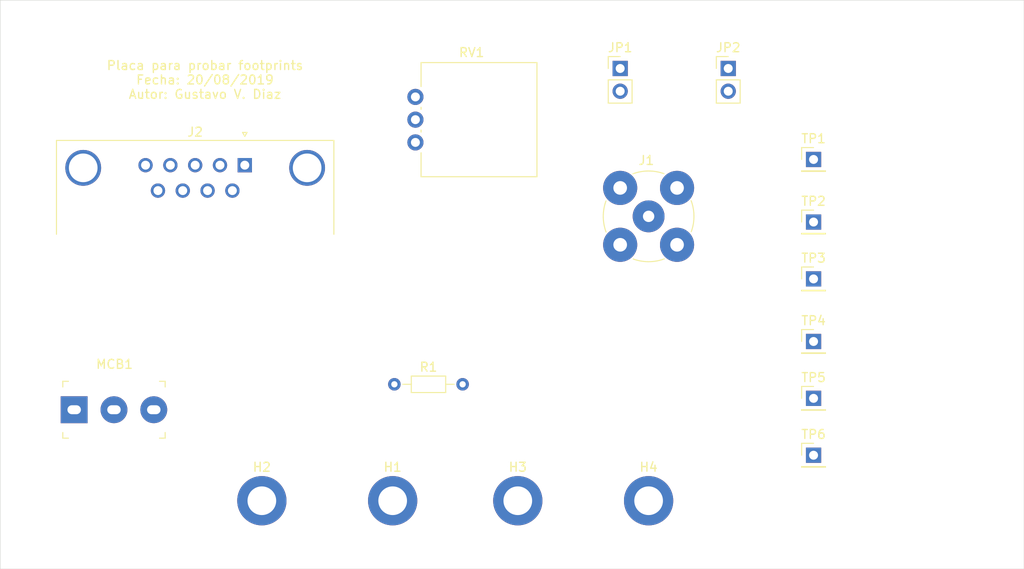
<source format=kicad_pcb>
(kicad_pcb (version 20171130) (host pcbnew 5.1.4-e60b266~84~ubuntu16.04.1)

  (general
    (thickness 1.6)
    (drawings 5)
    (tracks 0)
    (zones 0)
    (modules 17)
    (nets 15)
  )

  (page A4)
  (layers
    (0 F.Cu signal)
    (31 B.Cu signal)
    (32 B.Adhes user)
    (33 F.Adhes user)
    (34 B.Paste user)
    (35 F.Paste user)
    (36 B.SilkS user)
    (37 F.SilkS user)
    (38 B.Mask user)
    (39 F.Mask user)
    (40 Dwgs.User user)
    (41 Cmts.User user)
    (42 Eco1.User user)
    (43 Eco2.User user)
    (44 Edge.Cuts user)
    (45 Margin user)
    (46 B.CrtYd user)
    (47 F.CrtYd user)
    (48 B.Fab user)
    (49 F.Fab user)
  )

  (setup
    (last_trace_width 0.25)
    (trace_clearance 0.2)
    (zone_clearance 0.508)
    (zone_45_only no)
    (trace_min 0.2)
    (via_size 0.8)
    (via_drill 0.4)
    (via_min_size 0.4)
    (via_min_drill 0.3)
    (uvia_size 0.3)
    (uvia_drill 0.1)
    (uvias_allowed no)
    (uvia_min_size 0.2)
    (uvia_min_drill 0.1)
    (edge_width 0.05)
    (segment_width 0.2)
    (pcb_text_width 0.3)
    (pcb_text_size 1.5 1.5)
    (mod_edge_width 0.12)
    (mod_text_size 1 1)
    (mod_text_width 0.15)
    (pad_size 1.524 1.524)
    (pad_drill 0.762)
    (pad_to_mask_clearance 0.051)
    (solder_mask_min_width 0.25)
    (aux_axis_origin 0 0)
    (visible_elements FFFFF77F)
    (pcbplotparams
      (layerselection 0x010fc_ffffffff)
      (usegerberextensions false)
      (usegerberattributes false)
      (usegerberadvancedattributes false)
      (creategerberjobfile false)
      (excludeedgelayer true)
      (linewidth 0.100000)
      (plotframeref false)
      (viasonmask false)
      (mode 1)
      (useauxorigin false)
      (hpglpennumber 1)
      (hpglpenspeed 20)
      (hpglpendiameter 15.000000)
      (psnegative false)
      (psa4output false)
      (plotreference true)
      (plotvalue true)
      (plotinvisibletext false)
      (padsonsilk false)
      (subtractmaskfromsilk false)
      (outputformat 1)
      (mirror false)
      (drillshape 1)
      (scaleselection 1)
      (outputdirectory ""))
  )

  (net 0 "")
  (net 1 /GND)
  (net 2 /VAC)
  (net 3 "Net-(J2-Pad1)")
  (net 4 /VZs1)
  (net 5 "Net-(J2-Pad4)")
  (net 6 "Net-(J2-Pad5)")
  (net 7 "Net-(J2-Pad6)")
  (net 8 "Net-(J2-Pad7)")
  (net 9 "Net-(J2-Pad8)")
  (net 10 "Net-(J2-Pad9)")
  (net 11 /Vi)
  (net 12 "Net-(MCB1-Pad3)")
  (net 13 "Net-(JP1-Pad2)")
  (net 14 "Net-(JP2-Pad2)")

  (net_class Default "This is the default net class."
    (clearance 0.2)
    (trace_width 0.25)
    (via_dia 0.8)
    (via_drill 0.4)
    (uvia_dia 0.3)
    (uvia_drill 0.1)
    (add_net /GND)
    (add_net /VAC)
    (add_net /VZs1)
    (add_net /Vi)
    (add_net "Net-(J2-Pad1)")
    (add_net "Net-(J2-Pad4)")
    (add_net "Net-(J2-Pad5)")
    (add_net "Net-(J2-Pad6)")
    (add_net "Net-(J2-Pad7)")
    (add_net "Net-(J2-Pad8)")
    (add_net "Net-(J2-Pad9)")
    (add_net "Net-(JP1-Pad2)")
    (add_net "Net-(JP2-Pad2)")
    (add_net "Net-(MCB1-Pad3)")
  )

  (module "Footprints proyecto:MountingHole_3.2mm_M3_ISO14580_Pad" (layer F.Cu) (tedit 56D1B4CB) (tstamp 5D5BCB78)
    (at 132.715 132.08)
    (descr "Mounting Hole 3.2mm, M3, ISO14580")
    (tags "mounting hole 3.2mm m3 iso14580")
    (path /5D42DD18)
    (attr virtual)
    (fp_text reference H1 (at 0 -3.75) (layer F.SilkS)
      (effects (font (size 1 1) (thickness 0.15)))
    )
    (fp_text value MountingHole_Pad (at 0 3.75) (layer F.Fab)
      (effects (font (size 1 1) (thickness 0.15)))
    )
    (fp_text user %R (at 0.3 0) (layer F.Fab)
      (effects (font (size 1 1) (thickness 0.15)))
    )
    (fp_circle (center 0 0) (end 2.75 0) (layer Cmts.User) (width 0.15))
    (fp_circle (center 0 0) (end 3 0) (layer F.CrtYd) (width 0.05))
    (pad 1 thru_hole circle (at 0 0) (size 5.5 5.5) (drill 3.2) (layers *.Cu *.Mask)
      (net 1 /GND))
  )

  (module "Footprints proyecto:MountingHole_3.2mm_M3_ISO14580_Pad" (layer F.Cu) (tedit 56D1B4CB) (tstamp 5D5BCB80)
    (at 118.11 132.08)
    (descr "Mounting Hole 3.2mm, M3, ISO14580")
    (tags "mounting hole 3.2mm m3 iso14580")
    (path /5D42E927)
    (attr virtual)
    (fp_text reference H2 (at 0 -3.75) (layer F.SilkS)
      (effects (font (size 1 1) (thickness 0.15)))
    )
    (fp_text value MountingHole_Pad (at 0 3.75) (layer F.Fab)
      (effects (font (size 1 1) (thickness 0.15)))
    )
    (fp_text user %R (at 0.3 0) (layer F.Fab)
      (effects (font (size 1 1) (thickness 0.15)))
    )
    (fp_circle (center 0 0) (end 2.75 0) (layer Cmts.User) (width 0.15))
    (fp_circle (center 0 0) (end 3 0) (layer F.CrtYd) (width 0.05))
    (pad 1 thru_hole circle (at 0 0) (size 5.5 5.5) (drill 3.2) (layers *.Cu *.Mask)
      (net 1 /GND))
  )

  (module "Footprints proyecto:MountingHole_3.2mm_M3_ISO14580_Pad" (layer F.Cu) (tedit 56D1B4CB) (tstamp 5D5BCB88)
    (at 146.685 132.08)
    (descr "Mounting Hole 3.2mm, M3, ISO14580")
    (tags "mounting hole 3.2mm m3 iso14580")
    (path /5D42E2DA)
    (attr virtual)
    (fp_text reference H3 (at 0 -3.75) (layer F.SilkS)
      (effects (font (size 1 1) (thickness 0.15)))
    )
    (fp_text value MountingHole_Pad (at 0 3.75) (layer F.Fab)
      (effects (font (size 1 1) (thickness 0.15)))
    )
    (fp_circle (center 0 0) (end 3 0) (layer F.CrtYd) (width 0.05))
    (fp_circle (center 0 0) (end 2.75 0) (layer Cmts.User) (width 0.15))
    (fp_text user %R (at 0.3 0) (layer F.Fab)
      (effects (font (size 1 1) (thickness 0.15)))
    )
    (pad 1 thru_hole circle (at 0 0) (size 5.5 5.5) (drill 3.2) (layers *.Cu *.Mask)
      (net 1 /GND))
  )

  (module "Footprints proyecto:MountingHole_3.2mm_M3_ISO14580_Pad" (layer F.Cu) (tedit 56D1B4CB) (tstamp 5D5BCB90)
    (at 161.29 132.08)
    (descr "Mounting Hole 3.2mm, M3, ISO14580")
    (tags "mounting hole 3.2mm m3 iso14580")
    (path /5D42EA1B)
    (attr virtual)
    (fp_text reference H4 (at 0 -3.75) (layer F.SilkS)
      (effects (font (size 1 1) (thickness 0.15)))
    )
    (fp_text value MountingHole_Pad (at 0 3.75) (layer F.Fab)
      (effects (font (size 1 1) (thickness 0.15)))
    )
    (fp_circle (center 0 0) (end 3 0) (layer F.CrtYd) (width 0.05))
    (fp_circle (center 0 0) (end 2.75 0) (layer Cmts.User) (width 0.15))
    (fp_text user %R (at 0.3 0) (layer F.Fab)
      (effects (font (size 1 1) (thickness 0.15)))
    )
    (pad 1 thru_hole circle (at 0 0) (size 5.5 5.5) (drill 3.2) (layers *.Cu *.Mask)
      (net 1 /GND))
  )

  (module "Footprints proyecto:BNC_TEConnectivity_1478204_Vertical" (layer F.Cu) (tedit 5D51354B) (tstamp 5D5BCBA3)
    (at 161.29 100.33)
    (descr "BNC female PCB mount 4 pin straight chassis connector http://www.te.com/usa-en/product-1-1478204-0.html")
    (tags "BNC female PCB mount 4 pin straight chassis connector ")
    (path /5D42F04D)
    (fp_text reference J1 (at -0.25 -6.25) (layer F.SilkS)
      (effects (font (size 1 1) (thickness 0.15)))
    )
    (fp_text value Conn_Coaxial (at 0 6.5) (layer F.Fab)
      (effects (font (size 1 1) (thickness 0.15)))
    )
    (fp_text user %R (at 0 0) (layer F.Fab)
      (effects (font (size 1 1) (thickness 0.15)))
    )
    (fp_line (start 5.5 -5.5) (end 5.5 5.5) (layer F.CrtYd) (width 0.05))
    (fp_line (start 5.5 5.5) (end -5.5 5.5) (layer F.CrtYd) (width 0.05))
    (fp_line (start -5.5 5.5) (end -5.5 -5.5) (layer F.CrtYd) (width 0.05))
    (fp_line (start -5.5 -5.5) (end 5.5 -5.5) (layer F.CrtYd) (width 0.05))
    (fp_circle (center 0 0) (end 4.8 0) (layer F.Fab) (width 0.1))
    (fp_arc (start 0 0) (end -4.75 1.75) (angle 40) (layer F.SilkS) (width 0.12))
    (fp_arc (start 0 0) (end 1.75 4.75) (angle 40) (layer F.SilkS) (width 0.12))
    (fp_arc (start 0 0) (end 4.75 -1.75) (angle 40) (layer F.SilkS) (width 0.12))
    (fp_arc (start 0 0) (end -1.75 -4.75) (angle 40) (layer F.SilkS) (width 0.12))
    (pad 2 thru_hole circle (at -3.175 -3.175) (size 3.81 3.81) (drill 1.524) (layers *.Cu *.Mask)
      (net 1 /GND))
    (pad 1 thru_hole circle (at 0 0) (size 3.556 3.556) (drill 1.27) (layers *.Cu *.Mask)
      (net 2 /VAC))
    (pad 2 thru_hole circle (at 3.175 -3.175) (size 3.81 3.81) (drill 1.524) (layers *.Cu *.Mask)
      (net 1 /GND))
    (pad 2 thru_hole circle (at -3.175 3.175) (size 3.81 3.81) (drill 1.524) (layers *.Cu *.Mask)
      (net 1 /GND))
    (pad 2 thru_hole circle (at 3.175 3.175) (size 3.81 3.81) (drill 1.524) (layers *.Cu *.Mask)
      (net 1 /GND))
    (model ${KISYS3DMOD}/Connector_Coaxial.3dshapes/BNC_TEConnectivity_1478204_Vertical.wrl
      (at (xyz 0 0 0))
      (scale (xyz 1 1 1))
      (rotate (xyz 0 0 0))
    )
  )

  (module "Footprints proyecto:DSUB-9_Female_Horizontal_P2.77x2.84mm_EdgePinOffset4.94mm_Housed_MountingHolesOffset7.48mm" (layer F.Cu) (tedit 59FEDEE2) (tstamp 5D5BCBD7)
    (at 116.205 94.615)
    (descr "9-pin D-Sub connector, horizontal/angled (90 deg), THT-mount, female, pitch 2.77x2.84mm, pin-PCB-offset 4.9399999999999995mm, distance of mounting holes 25mm, distance of mounting holes to PCB edge 7.4799999999999995mm, see https://disti-assets.s3.amazonaws.com/tonar/files/datasheets/16730.pdf")
    (tags "9-pin D-Sub connector horizontal angled 90deg THT female pitch 2.77x2.84mm pin-PCB-offset 4.9399999999999995mm mounting-holes-distance 25mm mounting-hole-offset 25mm")
    (path /5D442DB3)
    (fp_text reference J2 (at -5.54 -3.7) (layer F.SilkS)
      (effects (font (size 1 1) (thickness 0.15)))
    )
    (fp_text value DB9_Female_MountingHoles (at -5.54 15.85) (layer F.Fab)
      (effects (font (size 1 1) (thickness 0.15)))
    )
    (fp_arc (start -18.04 0.3) (end -19.64 0.3) (angle 180) (layer F.Fab) (width 0.1))
    (fp_arc (start 6.96 0.3) (end 5.36 0.3) (angle 180) (layer F.Fab) (width 0.1))
    (fp_line (start -20.965 -2.7) (end -20.965 7.78) (layer F.Fab) (width 0.1))
    (fp_line (start -20.965 7.78) (end 9.885 7.78) (layer F.Fab) (width 0.1))
    (fp_line (start 9.885 7.78) (end 9.885 -2.7) (layer F.Fab) (width 0.1))
    (fp_line (start 9.885 -2.7) (end -20.965 -2.7) (layer F.Fab) (width 0.1))
    (fp_line (start -20.965 7.78) (end -20.965 8.18) (layer F.Fab) (width 0.1))
    (fp_line (start -20.965 8.18) (end 9.885 8.18) (layer F.Fab) (width 0.1))
    (fp_line (start 9.885 8.18) (end 9.885 7.78) (layer F.Fab) (width 0.1))
    (fp_line (start 9.885 7.78) (end -20.965 7.78) (layer F.Fab) (width 0.1))
    (fp_line (start -13.69 8.18) (end -13.69 14.35) (layer F.Fab) (width 0.1))
    (fp_line (start -13.69 14.35) (end 2.61 14.35) (layer F.Fab) (width 0.1))
    (fp_line (start 2.61 14.35) (end 2.61 8.18) (layer F.Fab) (width 0.1))
    (fp_line (start 2.61 8.18) (end -13.69 8.18) (layer F.Fab) (width 0.1))
    (fp_line (start -20.54 8.18) (end -20.54 13.18) (layer F.Fab) (width 0.1))
    (fp_line (start -20.54 13.18) (end -15.54 13.18) (layer F.Fab) (width 0.1))
    (fp_line (start -15.54 13.18) (end -15.54 8.18) (layer F.Fab) (width 0.1))
    (fp_line (start -15.54 8.18) (end -20.54 8.18) (layer F.Fab) (width 0.1))
    (fp_line (start 4.46 8.18) (end 4.46 13.18) (layer F.Fab) (width 0.1))
    (fp_line (start 4.46 13.18) (end 9.46 13.18) (layer F.Fab) (width 0.1))
    (fp_line (start 9.46 13.18) (end 9.46 8.18) (layer F.Fab) (width 0.1))
    (fp_line (start 9.46 8.18) (end 4.46 8.18) (layer F.Fab) (width 0.1))
    (fp_line (start -19.64 7.78) (end -19.64 0.3) (layer F.Fab) (width 0.1))
    (fp_line (start -16.44 7.78) (end -16.44 0.3) (layer F.Fab) (width 0.1))
    (fp_line (start 5.36 7.78) (end 5.36 0.3) (layer F.Fab) (width 0.1))
    (fp_line (start 8.56 7.78) (end 8.56 0.3) (layer F.Fab) (width 0.1))
    (fp_line (start -21.025 7.72) (end -21.025 -2.76) (layer F.SilkS) (width 0.12))
    (fp_line (start -21.025 -2.76) (end 9.945 -2.76) (layer F.SilkS) (width 0.12))
    (fp_line (start 9.945 -2.76) (end 9.945 7.72) (layer F.SilkS) (width 0.12))
    (fp_line (start -0.25 -3.654338) (end 0.25 -3.654338) (layer F.SilkS) (width 0.12))
    (fp_line (start 0.25 -3.654338) (end 0 -3.221325) (layer F.SilkS) (width 0.12))
    (fp_line (start 0 -3.221325) (end -0.25 -3.654338) (layer F.SilkS) (width 0.12))
    (fp_line (start -21.5 -3.25) (end -21.5 14.85) (layer F.CrtYd) (width 0.05))
    (fp_line (start -21.5 14.85) (end 10.4 14.85) (layer F.CrtYd) (width 0.05))
    (fp_line (start 10.4 14.85) (end 10.4 -3.25) (layer F.CrtYd) (width 0.05))
    (fp_line (start 10.4 -3.25) (end -21.5 -3.25) (layer F.CrtYd) (width 0.05))
    (fp_text user %R (at -5.54 11.265) (layer F.Fab)
      (effects (font (size 1 1) (thickness 0.15)))
    )
    (pad 1 thru_hole rect (at 0 0) (size 1.6 1.6) (drill 1) (layers *.Cu *.Mask)
      (net 3 "Net-(J2-Pad1)"))
    (pad 2 thru_hole circle (at -2.77 0) (size 1.6 1.6) (drill 1) (layers *.Cu *.Mask)
      (net 4 /VZs1))
    (pad 3 thru_hole circle (at -5.54 0) (size 1.6 1.6) (drill 1) (layers *.Cu *.Mask)
      (net 1 /GND))
    (pad 4 thru_hole circle (at -8.31 0) (size 1.6 1.6) (drill 1) (layers *.Cu *.Mask)
      (net 5 "Net-(J2-Pad4)"))
    (pad 5 thru_hole circle (at -11.08 0) (size 1.6 1.6) (drill 1) (layers *.Cu *.Mask)
      (net 6 "Net-(J2-Pad5)"))
    (pad 6 thru_hole circle (at -1.385 2.84) (size 1.6 1.6) (drill 1) (layers *.Cu *.Mask)
      (net 7 "Net-(J2-Pad6)"))
    (pad 7 thru_hole circle (at -4.155 2.84) (size 1.6 1.6) (drill 1) (layers *.Cu *.Mask)
      (net 8 "Net-(J2-Pad7)"))
    (pad 8 thru_hole circle (at -6.925 2.84) (size 1.6 1.6) (drill 1) (layers *.Cu *.Mask)
      (net 9 "Net-(J2-Pad8)"))
    (pad 9 thru_hole circle (at -9.695 2.84) (size 1.6 1.6) (drill 1) (layers *.Cu *.Mask)
      (net 10 "Net-(J2-Pad9)"))
    (pad 0 thru_hole circle (at -18.04 0.3) (size 4 4) (drill 3.2) (layers *.Cu *.Mask)
      (net 1 /GND))
    (pad 0 thru_hole circle (at 6.96 0.3) (size 4 4) (drill 3.2) (layers *.Cu *.Mask)
      (net 1 /GND))
    (model ${KISYS3DMOD}/Connector_Dsub.3dshapes/DSUB-9_Female_Horizontal_P2.77x2.84mm_EdgePinOffset4.94mm_Housed_MountingHolesOffset7.48mm.wrl
      (at (xyz 0 0 0))
      (scale (xyz 1 1 1))
      (rotate (xyz 0 0 0))
    )
  )

  (module "Footprints proyecto:Switch_Toggle_ATE1D-2M3-10-Z" (layer F.Cu) (tedit 5D528641) (tstamp 5D5BCBF0)
    (at 101.6 121.92)
    (descr https://www.nidec-copal-electronics.com/e/catalog/switch/ate.pdf)
    (path /5D440928)
    (fp_text reference MCB1 (at 0.06 -5.08) (layer F.SilkS)
      (effects (font (size 1 1) (thickness 0.15)))
    )
    (fp_text value INT_1P2D (at 0 5.08) (layer F.Fab)
      (effects (font (size 1 1) (thickness 0.15)))
    )
    (fp_text user %R (at 0 6.985) (layer F.Fab)
      (effects (font (size 1 1) (thickness 0.15)))
    )
    (fp_line (start -6.35 -3.81) (end -6.35 3.81) (layer F.CrtYd) (width 0.12))
    (fp_line (start -6.35 3.81) (end 6.35 3.81) (layer F.CrtYd) (width 0.12))
    (fp_line (start 6.35 3.81) (end 6.35 -3.81) (layer F.CrtYd) (width 0.12))
    (fp_line (start 6.35 -3.81) (end -6.35 -3.81) (layer F.CrtYd) (width 0.12))
    (fp_line (start -5.715 -3.175) (end -5.715 -2.54) (layer F.SilkS) (width 0.12))
    (fp_line (start -5.715 -3.175) (end -5.08 -3.175) (layer F.SilkS) (width 0.12))
    (fp_line (start -5.715 2.54) (end -5.715 3.175) (layer F.SilkS) (width 0.12))
    (fp_line (start -5.715 3.175) (end -5.08 3.175) (layer F.SilkS) (width 0.12))
    (fp_line (start 5.08 3.175) (end 5.715 3.175) (layer F.SilkS) (width 0.12))
    (fp_line (start 5.715 3.175) (end 5.715 2.54) (layer F.SilkS) (width 0.12))
    (fp_line (start 5.715 -2.54) (end 5.715 -3.175) (layer F.SilkS) (width 0.12))
    (fp_line (start 5.715 -3.175) (end 5.08 -3.175) (layer F.SilkS) (width 0.12))
    (fp_line (start -5.715 -3.175) (end 5.715 -3.175) (layer F.Fab) (width 0.12))
    (fp_line (start 5.715 -3.175) (end 5.715 3.175) (layer F.Fab) (width 0.12))
    (fp_line (start 5.715 3.175) (end -5.715 3.175) (layer F.Fab) (width 0.12))
    (fp_line (start -5.715 3.175) (end -5.715 -3.175) (layer F.Fab) (width 0.12))
    (fp_circle (center 0 0) (end 2.54 0) (layer F.Fab) (width 0.12))
    (pad 1 thru_hole rect (at -4.445 0) (size 3 3) (drill oval 1.5 1) (layers *.Cu *.Mask)
      (net 11 /Vi))
    (pad 2 thru_hole circle (at 0 0) (size 3 3) (drill oval 1.5 1) (layers *.Cu *.Mask)
      (net 2 /VAC))
    (pad 3 thru_hole circle (at 4.445 0) (size 3 3) (drill oval 1.5 1) (layers *.Cu *.Mask)
      (net 12 "Net-(MCB1-Pad3)"))
  )

  (module "Footprints proyecto:R_Axial_DIN0204_L3.6mm_D1.6mm_P7.62mm_Horizontal" (layer F.Cu) (tedit 5AE5139B) (tstamp 5D5BCC07)
    (at 132.905001 119.080001)
    (descr "Resistor, Axial_DIN0204 series, Axial, Horizontal, pin pitch=7.62mm, 0.167W, length*diameter=3.6*1.6mm^2, http://cdn-reichelt.de/documents/datenblatt/B400/1_4W%23YAG.pdf")
    (tags "Resistor Axial_DIN0204 series Axial Horizontal pin pitch 7.62mm 0.167W length 3.6mm diameter 1.6mm")
    (path /5D441970)
    (fp_text reference R1 (at 3.81 -1.92) (layer F.SilkS)
      (effects (font (size 1 1) (thickness 0.15)))
    )
    (fp_text value 15k (at 3.81 1.92) (layer F.Fab)
      (effects (font (size 1 1) (thickness 0.15)))
    )
    (fp_line (start 2.01 -0.8) (end 2.01 0.8) (layer F.Fab) (width 0.1))
    (fp_line (start 2.01 0.8) (end 5.61 0.8) (layer F.Fab) (width 0.1))
    (fp_line (start 5.61 0.8) (end 5.61 -0.8) (layer F.Fab) (width 0.1))
    (fp_line (start 5.61 -0.8) (end 2.01 -0.8) (layer F.Fab) (width 0.1))
    (fp_line (start 0 0) (end 2.01 0) (layer F.Fab) (width 0.1))
    (fp_line (start 7.62 0) (end 5.61 0) (layer F.Fab) (width 0.1))
    (fp_line (start 1.89 -0.92) (end 1.89 0.92) (layer F.SilkS) (width 0.12))
    (fp_line (start 1.89 0.92) (end 5.73 0.92) (layer F.SilkS) (width 0.12))
    (fp_line (start 5.73 0.92) (end 5.73 -0.92) (layer F.SilkS) (width 0.12))
    (fp_line (start 5.73 -0.92) (end 1.89 -0.92) (layer F.SilkS) (width 0.12))
    (fp_line (start 0.94 0) (end 1.89 0) (layer F.SilkS) (width 0.12))
    (fp_line (start 6.68 0) (end 5.73 0) (layer F.SilkS) (width 0.12))
    (fp_line (start -0.95 -1.05) (end -0.95 1.05) (layer F.CrtYd) (width 0.05))
    (fp_line (start -0.95 1.05) (end 8.57 1.05) (layer F.CrtYd) (width 0.05))
    (fp_line (start 8.57 1.05) (end 8.57 -1.05) (layer F.CrtYd) (width 0.05))
    (fp_line (start 8.57 -1.05) (end -0.95 -1.05) (layer F.CrtYd) (width 0.05))
    (fp_text user %R (at 3.81 0) (layer F.Fab)
      (effects (font (size 0.72 0.72) (thickness 0.108)))
    )
    (pad 1 thru_hole circle (at 0 0) (size 1.4 1.4) (drill 0.7) (layers *.Cu *.Mask)
      (net 13 "Net-(JP1-Pad2)"))
    (pad 2 thru_hole oval (at 7.62 0) (size 1.4 1.4) (drill 0.7) (layers *.Cu *.Mask)
      (net 4 /VZs1))
    (model ${KISYS3DMOD}/Resistor_THT.3dshapes/R_Axial_DIN0204_L3.6mm_D1.6mm_P7.62mm_Horizontal.wrl
      (at (xyz 0 0 0))
      (scale (xyz 1 1 1))
      (rotate (xyz 0 0 0))
    )
  )

  (module "Footprints proyecto:Potentiometer_Vishay_248GJ-249GJ_Single_Vertical" (layer F.Cu) (tedit 5A3D4993) (tstamp 5D5BCC1F)
    (at 135.255 92.075)
    (descr "Potentiometer, vertical, Vishay 248GJ-249GJ Single, http://www.vishay.com/docs/57054/248249.pdf")
    (tags "Potentiometer vertical Vishay 248GJ-249GJ Single")
    (path /5D5409ED)
    (fp_text reference RV1 (at 6.275 -10.04) (layer F.SilkS)
      (effects (font (size 1 1) (thickness 0.15)))
    )
    (fp_text value R_POT (at 6.275 4.96) (layer F.Fab)
      (effects (font (size 1 1) (thickness 0.15)))
    )
    (fp_circle (center 7.1 -2.54) (end 10.275 -2.54) (layer F.Fab) (width 0.1))
    (fp_line (start 0.75 -8.79) (end 0.75 3.71) (layer F.Fab) (width 0.1))
    (fp_line (start 0.75 3.71) (end 13.45 3.71) (layer F.Fab) (width 0.1))
    (fp_line (start 13.45 3.71) (end 13.45 -8.79) (layer F.Fab) (width 0.1))
    (fp_line (start 13.45 -8.79) (end 0.75 -8.79) (layer F.Fab) (width 0.1))
    (fp_line (start 0.63 -8.91) (end 13.57 -8.91) (layer F.SilkS) (width 0.12))
    (fp_line (start 0.63 3.83) (end 13.57 3.83) (layer F.SilkS) (width 0.12))
    (fp_line (start 0.63 -8.91) (end 0.63 -6.235) (layer F.SilkS) (width 0.12))
    (fp_line (start 0.63 -3.925) (end 0.63 -3.695) (layer F.SilkS) (width 0.12))
    (fp_line (start 0.63 -1.384) (end 0.63 -1.155) (layer F.SilkS) (width 0.12))
    (fp_line (start 0.63 1.155) (end 0.63 3.83) (layer F.SilkS) (width 0.12))
    (fp_line (start 13.57 -8.91) (end 13.57 3.83) (layer F.SilkS) (width 0.12))
    (fp_line (start -1.15 -9.05) (end -1.15 4) (layer F.CrtYd) (width 0.05))
    (fp_line (start -1.15 4) (end 13.7 4) (layer F.CrtYd) (width 0.05))
    (fp_line (start 13.7 4) (end 13.7 -9.05) (layer F.CrtYd) (width 0.05))
    (fp_line (start 13.7 -9.05) (end -1.15 -9.05) (layer F.CrtYd) (width 0.05))
    (fp_text user %R (at 1.75 -2.54 90) (layer F.Fab)
      (effects (font (size 1 1) (thickness 0.15)))
    )
    (pad 3 thru_hole circle (at 0 -5.08) (size 1.8 1.8) (drill 1) (layers *.Cu *.Mask)
      (net 4 /VZs1))
    (pad 2 thru_hole circle (at 0 -2.54) (size 1.8 1.8) (drill 1) (layers *.Cu *.Mask)
      (net 4 /VZs1))
    (pad 1 thru_hole circle (at 0 0) (size 1.8 1.8) (drill 1) (layers *.Cu *.Mask)
      (net 14 "Net-(JP2-Pad2)"))
    (model ${KISYS3DMOD}/Potentiometer_THT.3dshapes/Potentiometer_Vishay_248GJ-249GJ_Single_Vertical.wrl
      (at (xyz 0 0 0))
      (scale (xyz 1 1 1))
      (rotate (xyz 0 0 0))
    )
  )

  (module "Footprints proyecto:PinHeader_1x02_P2.54mm_Vertical" (layer F.Cu) (tedit 59FED5CC) (tstamp 5D5BCF68)
    (at 158.115 83.82)
    (descr "Through hole straight pin header, 1x02, 2.54mm pitch, single row")
    (tags "Through hole pin header THT 1x02 2.54mm single row")
    (path /5D552AB7)
    (fp_text reference JP1 (at 0 -2.33) (layer F.SilkS)
      (effects (font (size 1 1) (thickness 0.15)))
    )
    (fp_text value Jumper_NC_Small (at 0 4.87) (layer F.Fab)
      (effects (font (size 1 1) (thickness 0.15)))
    )
    (fp_text user %R (at 0 1.27 90) (layer F.Fab)
      (effects (font (size 1 1) (thickness 0.15)))
    )
    (fp_line (start 1.8 -1.8) (end -1.8 -1.8) (layer F.CrtYd) (width 0.05))
    (fp_line (start 1.8 4.35) (end 1.8 -1.8) (layer F.CrtYd) (width 0.05))
    (fp_line (start -1.8 4.35) (end 1.8 4.35) (layer F.CrtYd) (width 0.05))
    (fp_line (start -1.8 -1.8) (end -1.8 4.35) (layer F.CrtYd) (width 0.05))
    (fp_line (start -1.33 -1.33) (end 0 -1.33) (layer F.SilkS) (width 0.12))
    (fp_line (start -1.33 0) (end -1.33 -1.33) (layer F.SilkS) (width 0.12))
    (fp_line (start -1.33 1.27) (end 1.33 1.27) (layer F.SilkS) (width 0.12))
    (fp_line (start 1.33 1.27) (end 1.33 3.87) (layer F.SilkS) (width 0.12))
    (fp_line (start -1.33 1.27) (end -1.33 3.87) (layer F.SilkS) (width 0.12))
    (fp_line (start -1.33 3.87) (end 1.33 3.87) (layer F.SilkS) (width 0.12))
    (fp_line (start -1.27 -0.635) (end -0.635 -1.27) (layer F.Fab) (width 0.1))
    (fp_line (start -1.27 3.81) (end -1.27 -0.635) (layer F.Fab) (width 0.1))
    (fp_line (start 1.27 3.81) (end -1.27 3.81) (layer F.Fab) (width 0.1))
    (fp_line (start 1.27 -1.27) (end 1.27 3.81) (layer F.Fab) (width 0.1))
    (fp_line (start -0.635 -1.27) (end 1.27 -1.27) (layer F.Fab) (width 0.1))
    (pad 2 thru_hole oval (at 0 2.54) (size 1.7 1.7) (drill 1) (layers *.Cu *.Mask)
      (net 13 "Net-(JP1-Pad2)"))
    (pad 1 thru_hole rect (at 0 0) (size 1.7 1.7) (drill 1) (layers *.Cu *.Mask)
      (net 11 /Vi))
    (model ${KISYS3DMOD}/Connector_PinHeader_2.54mm.3dshapes/PinHeader_1x02_P2.54mm_Vertical.wrl
      (at (xyz 0 0 0))
      (scale (xyz 1 1 1))
      (rotate (xyz 0 0 0))
    )
  )

  (module "Footprints proyecto:PinHeader_1x02_P2.54mm_Vertical" (layer F.Cu) (tedit 59FED5CC) (tstamp 5D5BCF7E)
    (at 170.18 83.82)
    (descr "Through hole straight pin header, 1x02, 2.54mm pitch, single row")
    (tags "Through hole pin header THT 1x02 2.54mm single row")
    (path /5D55355E)
    (fp_text reference JP2 (at 0 -2.33) (layer F.SilkS)
      (effects (font (size 1 1) (thickness 0.15)))
    )
    (fp_text value Jumper_NO_Small (at 0 4.87) (layer F.Fab)
      (effects (font (size 1 1) (thickness 0.15)))
    )
    (fp_line (start -0.635 -1.27) (end 1.27 -1.27) (layer F.Fab) (width 0.1))
    (fp_line (start 1.27 -1.27) (end 1.27 3.81) (layer F.Fab) (width 0.1))
    (fp_line (start 1.27 3.81) (end -1.27 3.81) (layer F.Fab) (width 0.1))
    (fp_line (start -1.27 3.81) (end -1.27 -0.635) (layer F.Fab) (width 0.1))
    (fp_line (start -1.27 -0.635) (end -0.635 -1.27) (layer F.Fab) (width 0.1))
    (fp_line (start -1.33 3.87) (end 1.33 3.87) (layer F.SilkS) (width 0.12))
    (fp_line (start -1.33 1.27) (end -1.33 3.87) (layer F.SilkS) (width 0.12))
    (fp_line (start 1.33 1.27) (end 1.33 3.87) (layer F.SilkS) (width 0.12))
    (fp_line (start -1.33 1.27) (end 1.33 1.27) (layer F.SilkS) (width 0.12))
    (fp_line (start -1.33 0) (end -1.33 -1.33) (layer F.SilkS) (width 0.12))
    (fp_line (start -1.33 -1.33) (end 0 -1.33) (layer F.SilkS) (width 0.12))
    (fp_line (start -1.8 -1.8) (end -1.8 4.35) (layer F.CrtYd) (width 0.05))
    (fp_line (start -1.8 4.35) (end 1.8 4.35) (layer F.CrtYd) (width 0.05))
    (fp_line (start 1.8 4.35) (end 1.8 -1.8) (layer F.CrtYd) (width 0.05))
    (fp_line (start 1.8 -1.8) (end -1.8 -1.8) (layer F.CrtYd) (width 0.05))
    (fp_text user %R (at 0 1.27 90) (layer F.Fab)
      (effects (font (size 1 1) (thickness 0.15)))
    )
    (pad 1 thru_hole rect (at 0 0) (size 1.7 1.7) (drill 1) (layers *.Cu *.Mask)
      (net 11 /Vi))
    (pad 2 thru_hole oval (at 0 2.54) (size 1.7 1.7) (drill 1) (layers *.Cu *.Mask)
      (net 14 "Net-(JP2-Pad2)"))
    (model ${KISYS3DMOD}/Connector_PinHeader_2.54mm.3dshapes/PinHeader_1x02_P2.54mm_Vertical.wrl
      (at (xyz 0 0 0))
      (scale (xyz 1 1 1))
      (rotate (xyz 0 0 0))
    )
  )

  (module "Footprints proyecto:PinHeader_1x01_P2.54mm_Vertical" (layer F.Cu) (tedit 59FED5CC) (tstamp 5D5BCF93)
    (at 179.705 93.98)
    (descr "Through hole straight pin header, 1x01, 2.54mm pitch, single row")
    (tags "Through hole pin header THT 1x01 2.54mm single row")
    (path /5D486AED)
    (fp_text reference TP1 (at 0 -2.33) (layer F.SilkS)
      (effects (font (size 1 1) (thickness 0.15)))
    )
    (fp_text value TestPoint_Alt (at 0 2.33) (layer F.Fab)
      (effects (font (size 1 1) (thickness 0.15)))
    )
    (fp_line (start -0.635 -1.27) (end 1.27 -1.27) (layer F.Fab) (width 0.1))
    (fp_line (start 1.27 -1.27) (end 1.27 1.27) (layer F.Fab) (width 0.1))
    (fp_line (start 1.27 1.27) (end -1.27 1.27) (layer F.Fab) (width 0.1))
    (fp_line (start -1.27 1.27) (end -1.27 -0.635) (layer F.Fab) (width 0.1))
    (fp_line (start -1.27 -0.635) (end -0.635 -1.27) (layer F.Fab) (width 0.1))
    (fp_line (start -1.33 1.33) (end 1.33 1.33) (layer F.SilkS) (width 0.12))
    (fp_line (start -1.33 1.27) (end -1.33 1.33) (layer F.SilkS) (width 0.12))
    (fp_line (start 1.33 1.27) (end 1.33 1.33) (layer F.SilkS) (width 0.12))
    (fp_line (start -1.33 1.27) (end 1.33 1.27) (layer F.SilkS) (width 0.12))
    (fp_line (start -1.33 0) (end -1.33 -1.33) (layer F.SilkS) (width 0.12))
    (fp_line (start -1.33 -1.33) (end 0 -1.33) (layer F.SilkS) (width 0.12))
    (fp_line (start -1.8 -1.8) (end -1.8 1.8) (layer F.CrtYd) (width 0.05))
    (fp_line (start -1.8 1.8) (end 1.8 1.8) (layer F.CrtYd) (width 0.05))
    (fp_line (start 1.8 1.8) (end 1.8 -1.8) (layer F.CrtYd) (width 0.05))
    (fp_line (start 1.8 -1.8) (end -1.8 -1.8) (layer F.CrtYd) (width 0.05))
    (fp_text user %R (at 0 0 90) (layer F.Fab)
      (effects (font (size 1 1) (thickness 0.15)))
    )
    (pad 1 thru_hole rect (at 0 0) (size 1.7 1.7) (drill 1) (layers *.Cu *.Mask)
      (net 2 /VAC))
    (model ${KISYS3DMOD}/Connector_PinHeader_2.54mm.3dshapes/PinHeader_1x01_P2.54mm_Vertical.wrl
      (at (xyz 0 0 0))
      (scale (xyz 1 1 1))
      (rotate (xyz 0 0 0))
    )
  )

  (module "Footprints proyecto:PinHeader_1x01_P2.54mm_Vertical" (layer F.Cu) (tedit 59FED5CC) (tstamp 5D5BCFA8)
    (at 179.705 100.965)
    (descr "Through hole straight pin header, 1x01, 2.54mm pitch, single row")
    (tags "Through hole pin header THT 1x01 2.54mm single row")
    (path /5D487102)
    (fp_text reference TP2 (at 0 -2.33) (layer F.SilkS)
      (effects (font (size 1 1) (thickness 0.15)))
    )
    (fp_text value TestPoint (at 0 2.33) (layer F.Fab)
      (effects (font (size 1 1) (thickness 0.15)))
    )
    (fp_text user %R (at 0 0 90) (layer F.Fab)
      (effects (font (size 1 1) (thickness 0.15)))
    )
    (fp_line (start 1.8 -1.8) (end -1.8 -1.8) (layer F.CrtYd) (width 0.05))
    (fp_line (start 1.8 1.8) (end 1.8 -1.8) (layer F.CrtYd) (width 0.05))
    (fp_line (start -1.8 1.8) (end 1.8 1.8) (layer F.CrtYd) (width 0.05))
    (fp_line (start -1.8 -1.8) (end -1.8 1.8) (layer F.CrtYd) (width 0.05))
    (fp_line (start -1.33 -1.33) (end 0 -1.33) (layer F.SilkS) (width 0.12))
    (fp_line (start -1.33 0) (end -1.33 -1.33) (layer F.SilkS) (width 0.12))
    (fp_line (start -1.33 1.27) (end 1.33 1.27) (layer F.SilkS) (width 0.12))
    (fp_line (start 1.33 1.27) (end 1.33 1.33) (layer F.SilkS) (width 0.12))
    (fp_line (start -1.33 1.27) (end -1.33 1.33) (layer F.SilkS) (width 0.12))
    (fp_line (start -1.33 1.33) (end 1.33 1.33) (layer F.SilkS) (width 0.12))
    (fp_line (start -1.27 -0.635) (end -0.635 -1.27) (layer F.Fab) (width 0.1))
    (fp_line (start -1.27 1.27) (end -1.27 -0.635) (layer F.Fab) (width 0.1))
    (fp_line (start 1.27 1.27) (end -1.27 1.27) (layer F.Fab) (width 0.1))
    (fp_line (start 1.27 -1.27) (end 1.27 1.27) (layer F.Fab) (width 0.1))
    (fp_line (start -0.635 -1.27) (end 1.27 -1.27) (layer F.Fab) (width 0.1))
    (pad 1 thru_hole rect (at 0 0) (size 1.7 1.7) (drill 1) (layers *.Cu *.Mask)
      (net 1 /GND))
    (model ${KISYS3DMOD}/Connector_PinHeader_2.54mm.3dshapes/PinHeader_1x01_P2.54mm_Vertical.wrl
      (at (xyz 0 0 0))
      (scale (xyz 1 1 1))
      (rotate (xyz 0 0 0))
    )
  )

  (module "Footprints proyecto:PinHeader_1x01_P2.54mm_Vertical" (layer F.Cu) (tedit 59FED5CC) (tstamp 5D5BD424)
    (at 179.705 107.315)
    (descr "Through hole straight pin header, 1x01, 2.54mm pitch, single row")
    (tags "Through hole pin header THT 1x01 2.54mm single row")
    (path /5D483898)
    (fp_text reference TP3 (at 0 -2.33) (layer F.SilkS)
      (effects (font (size 1 1) (thickness 0.15)))
    )
    (fp_text value TestPoint_Probe (at 0 2.33) (layer F.Fab)
      (effects (font (size 1 1) (thickness 0.15)))
    )
    (fp_line (start -0.635 -1.27) (end 1.27 -1.27) (layer F.Fab) (width 0.1))
    (fp_line (start 1.27 -1.27) (end 1.27 1.27) (layer F.Fab) (width 0.1))
    (fp_line (start 1.27 1.27) (end -1.27 1.27) (layer F.Fab) (width 0.1))
    (fp_line (start -1.27 1.27) (end -1.27 -0.635) (layer F.Fab) (width 0.1))
    (fp_line (start -1.27 -0.635) (end -0.635 -1.27) (layer F.Fab) (width 0.1))
    (fp_line (start -1.33 1.33) (end 1.33 1.33) (layer F.SilkS) (width 0.12))
    (fp_line (start -1.33 1.27) (end -1.33 1.33) (layer F.SilkS) (width 0.12))
    (fp_line (start 1.33 1.27) (end 1.33 1.33) (layer F.SilkS) (width 0.12))
    (fp_line (start -1.33 1.27) (end 1.33 1.27) (layer F.SilkS) (width 0.12))
    (fp_line (start -1.33 0) (end -1.33 -1.33) (layer F.SilkS) (width 0.12))
    (fp_line (start -1.33 -1.33) (end 0 -1.33) (layer F.SilkS) (width 0.12))
    (fp_line (start -1.8 -1.8) (end -1.8 1.8) (layer F.CrtYd) (width 0.05))
    (fp_line (start -1.8 1.8) (end 1.8 1.8) (layer F.CrtYd) (width 0.05))
    (fp_line (start 1.8 1.8) (end 1.8 -1.8) (layer F.CrtYd) (width 0.05))
    (fp_line (start 1.8 -1.8) (end -1.8 -1.8) (layer F.CrtYd) (width 0.05))
    (fp_text user %R (at 0 0 90) (layer F.Fab)
      (effects (font (size 1 1) (thickness 0.15)))
    )
    (pad 1 thru_hole rect (at 0 0) (size 1.7 1.7) (drill 1) (layers *.Cu *.Mask)
      (net 2 /VAC))
    (model ${KISYS3DMOD}/Connector_PinHeader_2.54mm.3dshapes/PinHeader_1x01_P2.54mm_Vertical.wrl
      (at (xyz 0 0 0))
      (scale (xyz 1 1 1))
      (rotate (xyz 0 0 0))
    )
  )

  (module "Footprints proyecto:PinHeader_1x01_P2.54mm_Vertical" (layer F.Cu) (tedit 59FED5CC) (tstamp 5D5BCFD2)
    (at 179.705 114.3)
    (descr "Through hole straight pin header, 1x01, 2.54mm pitch, single row")
    (tags "Through hole pin header THT 1x01 2.54mm single row")
    (path /5D4861BC)
    (fp_text reference TP4 (at 0 -2.33) (layer F.SilkS)
      (effects (font (size 1 1) (thickness 0.15)))
    )
    (fp_text value TestPoint (at 0 2.33) (layer F.Fab)
      (effects (font (size 1 1) (thickness 0.15)))
    )
    (fp_text user %R (at 0 0 90) (layer F.Fab)
      (effects (font (size 1 1) (thickness 0.15)))
    )
    (fp_line (start 1.8 -1.8) (end -1.8 -1.8) (layer F.CrtYd) (width 0.05))
    (fp_line (start 1.8 1.8) (end 1.8 -1.8) (layer F.CrtYd) (width 0.05))
    (fp_line (start -1.8 1.8) (end 1.8 1.8) (layer F.CrtYd) (width 0.05))
    (fp_line (start -1.8 -1.8) (end -1.8 1.8) (layer F.CrtYd) (width 0.05))
    (fp_line (start -1.33 -1.33) (end 0 -1.33) (layer F.SilkS) (width 0.12))
    (fp_line (start -1.33 0) (end -1.33 -1.33) (layer F.SilkS) (width 0.12))
    (fp_line (start -1.33 1.27) (end 1.33 1.27) (layer F.SilkS) (width 0.12))
    (fp_line (start 1.33 1.27) (end 1.33 1.33) (layer F.SilkS) (width 0.12))
    (fp_line (start -1.33 1.27) (end -1.33 1.33) (layer F.SilkS) (width 0.12))
    (fp_line (start -1.33 1.33) (end 1.33 1.33) (layer F.SilkS) (width 0.12))
    (fp_line (start -1.27 -0.635) (end -0.635 -1.27) (layer F.Fab) (width 0.1))
    (fp_line (start -1.27 1.27) (end -1.27 -0.635) (layer F.Fab) (width 0.1))
    (fp_line (start 1.27 1.27) (end -1.27 1.27) (layer F.Fab) (width 0.1))
    (fp_line (start 1.27 -1.27) (end 1.27 1.27) (layer F.Fab) (width 0.1))
    (fp_line (start -0.635 -1.27) (end 1.27 -1.27) (layer F.Fab) (width 0.1))
    (pad 1 thru_hole rect (at 0 0) (size 1.7 1.7) (drill 1) (layers *.Cu *.Mask)
      (net 1 /GND))
    (model ${KISYS3DMOD}/Connector_PinHeader_2.54mm.3dshapes/PinHeader_1x01_P2.54mm_Vertical.wrl
      (at (xyz 0 0 0))
      (scale (xyz 1 1 1))
      (rotate (xyz 0 0 0))
    )
  )

  (module "Footprints proyecto:PinHeader_1x01_P2.54mm_Vertical" (layer F.Cu) (tedit 59FED5CC) (tstamp 5D5BD4DB)
    (at 179.705 120.65)
    (descr "Through hole straight pin header, 1x01, 2.54mm pitch, single row")
    (tags "Through hole pin header THT 1x01 2.54mm single row")
    (path /5D484196)
    (fp_text reference TP5 (at 0 -2.33) (layer F.SilkS)
      (effects (font (size 1 1) (thickness 0.15)))
    )
    (fp_text value TestPoint_Probe (at 0 2.33) (layer F.Fab)
      (effects (font (size 1 1) (thickness 0.15)))
    )
    (fp_text user %R (at 0 0 90) (layer F.Fab)
      (effects (font (size 1 1) (thickness 0.15)))
    )
    (fp_line (start 1.8 -1.8) (end -1.8 -1.8) (layer F.CrtYd) (width 0.05))
    (fp_line (start 1.8 1.8) (end 1.8 -1.8) (layer F.CrtYd) (width 0.05))
    (fp_line (start -1.8 1.8) (end 1.8 1.8) (layer F.CrtYd) (width 0.05))
    (fp_line (start -1.8 -1.8) (end -1.8 1.8) (layer F.CrtYd) (width 0.05))
    (fp_line (start -1.33 -1.33) (end 0 -1.33) (layer F.SilkS) (width 0.12))
    (fp_line (start -1.33 0) (end -1.33 -1.33) (layer F.SilkS) (width 0.12))
    (fp_line (start -1.33 1.27) (end 1.33 1.27) (layer F.SilkS) (width 0.12))
    (fp_line (start 1.33 1.27) (end 1.33 1.33) (layer F.SilkS) (width 0.12))
    (fp_line (start -1.33 1.27) (end -1.33 1.33) (layer F.SilkS) (width 0.12))
    (fp_line (start -1.33 1.33) (end 1.33 1.33) (layer F.SilkS) (width 0.12))
    (fp_line (start -1.27 -0.635) (end -0.635 -1.27) (layer F.Fab) (width 0.1))
    (fp_line (start -1.27 1.27) (end -1.27 -0.635) (layer F.Fab) (width 0.1))
    (fp_line (start 1.27 1.27) (end -1.27 1.27) (layer F.Fab) (width 0.1))
    (fp_line (start 1.27 -1.27) (end 1.27 1.27) (layer F.Fab) (width 0.1))
    (fp_line (start -0.635 -1.27) (end 1.27 -1.27) (layer F.Fab) (width 0.1))
    (pad 1 thru_hole rect (at 0 0) (size 1.7 1.7) (drill 1) (layers *.Cu *.Mask)
      (net 4 /VZs1))
    (model ${KISYS3DMOD}/Connector_PinHeader_2.54mm.3dshapes/PinHeader_1x01_P2.54mm_Vertical.wrl
      (at (xyz 0 0 0))
      (scale (xyz 1 1 1))
      (rotate (xyz 0 0 0))
    )
  )

  (module "Footprints proyecto:PinHeader_1x01_P2.54mm_Vertical" (layer F.Cu) (tedit 59FED5CC) (tstamp 5D5BD56A)
    (at 179.705 127)
    (descr "Through hole straight pin header, 1x01, 2.54mm pitch, single row")
    (tags "Through hole pin header THT 1x01 2.54mm single row")
    (path /5D4852D2)
    (fp_text reference TP6 (at 0 -2.33) (layer F.SilkS)
      (effects (font (size 1 1) (thickness 0.15)))
    )
    (fp_text value TestPoint (at 0 2.33) (layer F.Fab)
      (effects (font (size 1 1) (thickness 0.15)))
    )
    (fp_line (start -0.635 -1.27) (end 1.27 -1.27) (layer F.Fab) (width 0.1))
    (fp_line (start 1.27 -1.27) (end 1.27 1.27) (layer F.Fab) (width 0.1))
    (fp_line (start 1.27 1.27) (end -1.27 1.27) (layer F.Fab) (width 0.1))
    (fp_line (start -1.27 1.27) (end -1.27 -0.635) (layer F.Fab) (width 0.1))
    (fp_line (start -1.27 -0.635) (end -0.635 -1.27) (layer F.Fab) (width 0.1))
    (fp_line (start -1.33 1.33) (end 1.33 1.33) (layer F.SilkS) (width 0.12))
    (fp_line (start -1.33 1.27) (end -1.33 1.33) (layer F.SilkS) (width 0.12))
    (fp_line (start 1.33 1.27) (end 1.33 1.33) (layer F.SilkS) (width 0.12))
    (fp_line (start -1.33 1.27) (end 1.33 1.27) (layer F.SilkS) (width 0.12))
    (fp_line (start -1.33 0) (end -1.33 -1.33) (layer F.SilkS) (width 0.12))
    (fp_line (start -1.33 -1.33) (end 0 -1.33) (layer F.SilkS) (width 0.12))
    (fp_line (start -1.8 -1.8) (end -1.8 1.8) (layer F.CrtYd) (width 0.05))
    (fp_line (start -1.8 1.8) (end 1.8 1.8) (layer F.CrtYd) (width 0.05))
    (fp_line (start 1.8 1.8) (end 1.8 -1.8) (layer F.CrtYd) (width 0.05))
    (fp_line (start 1.8 -1.8) (end -1.8 -1.8) (layer F.CrtYd) (width 0.05))
    (fp_text user %R (at 0 0 90) (layer F.Fab)
      (effects (font (size 1 1) (thickness 0.15)))
    )
    (pad 1 thru_hole rect (at 0 0) (size 1.7 1.7) (drill 1) (layers *.Cu *.Mask)
      (net 1 /GND))
    (model ${KISYS3DMOD}/Connector_PinHeader_2.54mm.3dshapes/PinHeader_1x01_P2.54mm_Vertical.wrl
      (at (xyz 0 0 0))
      (scale (xyz 1 1 1))
      (rotate (xyz 0 0 0))
    )
  )

  (gr_text "Placa para probar footprints\nFecha: 20/08/2019\nAutor: Gustavo V. Diaz" (at 111.76 85.09) (layer F.SilkS)
    (effects (font (size 1 1) (thickness 0.15)))
  )
  (gr_line (start 203.2 76.2) (end 88.9 76.2) (layer Edge.Cuts) (width 0.05) (tstamp 5D4BF918))
  (gr_line (start 203.2 139.7) (end 203.2 76.2) (layer Edge.Cuts) (width 0.05))
  (gr_line (start 88.9 139.7) (end 203.2 139.7) (layer Edge.Cuts) (width 0.05))
  (gr_line (start 88.9 76.2) (end 88.9 139.7) (layer Edge.Cuts) (width 0.05))

)

</source>
